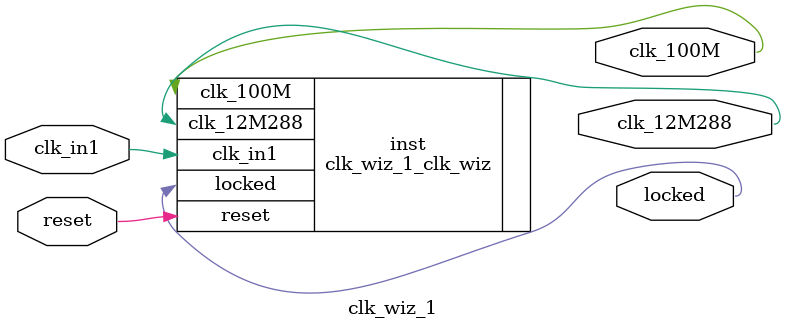
<source format=v>


`timescale 1ps/1ps

(* CORE_GENERATION_INFO = "clk_wiz_1,clk_wiz_v6_0_4_0_0,{component_name=clk_wiz_1,use_phase_alignment=true,use_min_o_jitter=false,use_max_i_jitter=false,use_dyn_phase_shift=false,use_inclk_switchover=false,use_dyn_reconfig=false,enable_axi=0,feedback_source=FDBK_AUTO,PRIMITIVE=PLL,num_out_clk=2,clkin1_period=10.000,clkin2_period=10.000,use_power_down=false,use_reset=true,use_locked=true,use_inclk_stopped=false,feedback_type=SINGLE,CLOCK_MGR_TYPE=NA,manual_override=false}" *)

module clk_wiz_1 
 (
  // Clock out ports
  output        clk_100M,
  output        clk_12M288,
  // Status and control signals
  input         reset,
  output        locked,
 // Clock in ports
  input         clk_in1
 );

  clk_wiz_1_clk_wiz inst
  (
  // Clock out ports  
  .clk_100M(clk_100M),
  .clk_12M288(clk_12M288),
  // Status and control signals               
  .reset(reset), 
  .locked(locked),
 // Clock in ports
  .clk_in1(clk_in1)
  );

endmodule

</source>
